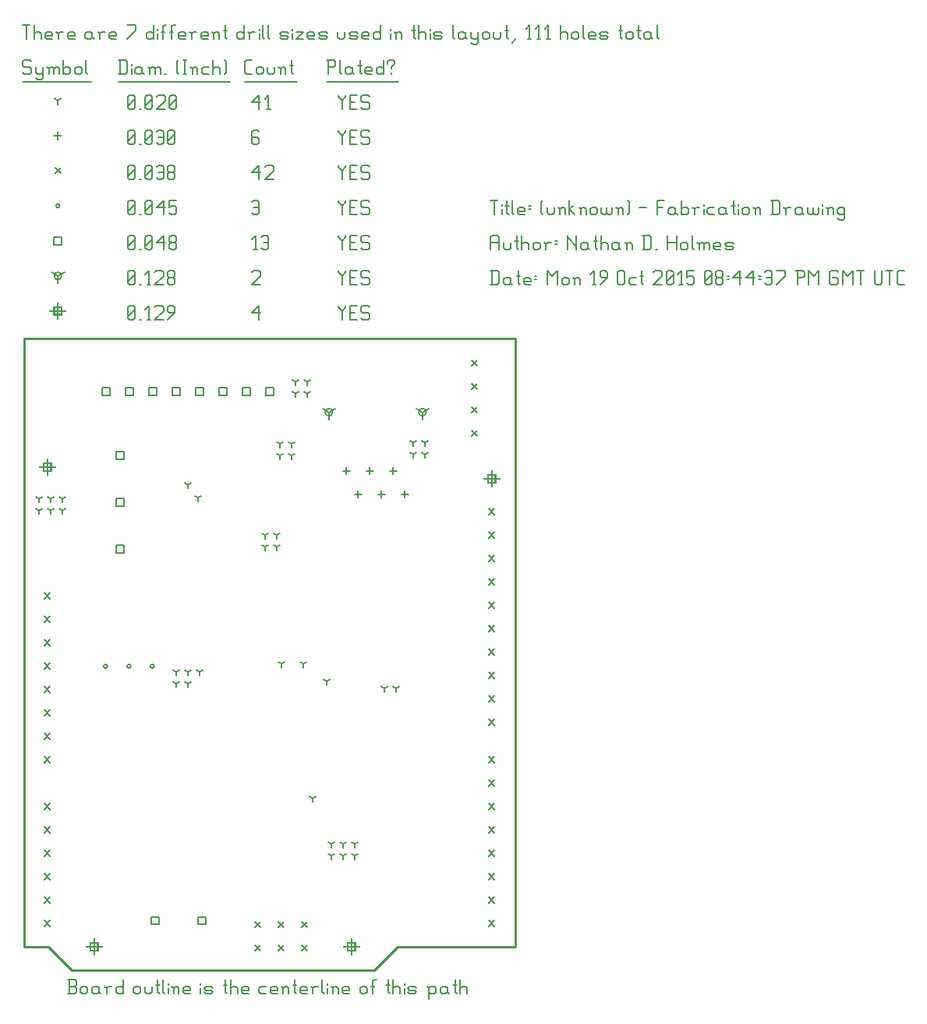
<source format=gbr>
G04 start of page 12 for group -3984 idx -3984 *
G04 Title: (unknown), fab *
G04 Creator: pcb 20140316 *
G04 CreationDate: Mon 19 Oct 2015 08:44:37 PM GMT UTC *
G04 For: ndholmes *
G04 Format: Gerber/RS-274X *
G04 PCB-Dimensions (mil): 2110.00 2710.00 *
G04 PCB-Coordinate-Origin: lower left *
%MOIN*%
%FSLAX25Y25*%
%LNFAB*%
%ADD100C,0.0100*%
%ADD99C,0.0060*%
%ADD98R,0.0080X0.0080*%
G54D98*X140500Y13700D02*Y7300D01*
X137300Y10500D02*X143700D01*
X138900Y12100D02*X142100D01*
X138900D02*Y8900D01*
X142100D01*
Y12100D02*Y8900D01*
X200500Y213700D02*Y207300D01*
X197300Y210500D02*X203700D01*
X198900Y212100D02*X202100D01*
X198900D02*Y208900D01*
X202100D01*
Y212100D02*Y208900D01*
X10500Y218700D02*Y212300D01*
X7300Y215500D02*X13700D01*
X8900Y217100D02*X12100D01*
X8900D02*Y213900D01*
X12100D01*
Y217100D02*Y213900D01*
X30500Y13700D02*Y7300D01*
X27300Y10500D02*X33700D01*
X28900Y12100D02*X32100D01*
X28900D02*Y8900D01*
X32100D01*
Y12100D02*Y8900D01*
X15000Y285450D02*Y279050D01*
X11800Y282250D02*X18200D01*
X13400Y283850D02*X16600D01*
X13400D02*Y280650D01*
X16600D01*
Y283850D02*Y280650D01*
G54D99*X135000Y284500D02*Y283750D01*
X136500Y282250D01*
X138000Y283750D01*
Y284500D02*Y283750D01*
X136500Y282250D02*Y278500D01*
X139800Y281500D02*X142050D01*
X139800Y278500D02*X142800D01*
X139800Y284500D02*Y278500D01*
Y284500D02*X142800D01*
X147600D02*X148350Y283750D01*
X145350Y284500D02*X147600D01*
X144600Y283750D02*X145350Y284500D01*
X144600Y283750D02*Y282250D01*
X145350Y281500D01*
X147600D01*
X148350Y280750D01*
Y279250D01*
X147600Y278500D02*X148350Y279250D01*
X145350Y278500D02*X147600D01*
X144600Y279250D02*X145350Y278500D01*
X98000Y281500D02*X101000Y284500D01*
X98000Y281500D02*X101750D01*
X101000Y284500D02*Y278500D01*
X45000Y279250D02*X45750Y278500D01*
X45000Y283750D02*Y279250D01*
Y283750D02*X45750Y284500D01*
X47250D01*
X48000Y283750D01*
Y279250D01*
X47250Y278500D02*X48000Y279250D01*
X45750Y278500D02*X47250D01*
X45000Y280000D02*X48000Y283000D01*
X49800Y278500D02*X50550D01*
X53100D02*X54600D01*
X53850Y284500D02*Y278500D01*
X52350Y283000D02*X53850Y284500D01*
X56400Y283750D02*X57150Y284500D01*
X59400D01*
X60150Y283750D01*
Y282250D01*
X56400Y278500D02*X60150Y282250D01*
X56400Y278500D02*X60150D01*
X61950D02*X64950Y281500D01*
Y283750D02*Y281500D01*
X64200Y284500D02*X64950Y283750D01*
X62700Y284500D02*X64200D01*
X61950Y283750D02*X62700Y284500D01*
X61950Y283750D02*Y282250D01*
X62700Y281500D01*
X64950D01*
X170900Y239000D02*Y235800D01*
Y239000D02*X173673Y240600D01*
X170900Y239000D02*X168127Y240600D01*
X169300Y239000D02*G75*G03X172500Y239000I1600J0D01*G01*
G75*G03X169300Y239000I-1600J0D01*G01*
X130900D02*Y235800D01*
Y239000D02*X133673Y240600D01*
X130900Y239000D02*X128127Y240600D01*
X129300Y239000D02*G75*G03X132500Y239000I1600J0D01*G01*
G75*G03X129300Y239000I-1600J0D01*G01*
X15000Y297250D02*Y294050D01*
Y297250D02*X17773Y298850D01*
X15000Y297250D02*X12227Y298850D01*
X13400Y297250D02*G75*G03X16600Y297250I1600J0D01*G01*
G75*G03X13400Y297250I-1600J0D01*G01*
X135000Y299500D02*Y298750D01*
X136500Y297250D01*
X138000Y298750D01*
Y299500D02*Y298750D01*
X136500Y297250D02*Y293500D01*
X139800Y296500D02*X142050D01*
X139800Y293500D02*X142800D01*
X139800Y299500D02*Y293500D01*
Y299500D02*X142800D01*
X147600D02*X148350Y298750D01*
X145350Y299500D02*X147600D01*
X144600Y298750D02*X145350Y299500D01*
X144600Y298750D02*Y297250D01*
X145350Y296500D01*
X147600D01*
X148350Y295750D01*
Y294250D01*
X147600Y293500D02*X148350Y294250D01*
X145350Y293500D02*X147600D01*
X144600Y294250D02*X145350Y293500D01*
X98000Y298750D02*X98750Y299500D01*
X101000D01*
X101750Y298750D01*
Y297250D01*
X98000Y293500D02*X101750Y297250D01*
X98000Y293500D02*X101750D01*
X45000Y294250D02*X45750Y293500D01*
X45000Y298750D02*Y294250D01*
Y298750D02*X45750Y299500D01*
X47250D01*
X48000Y298750D01*
Y294250D01*
X47250Y293500D02*X48000Y294250D01*
X45750Y293500D02*X47250D01*
X45000Y295000D02*X48000Y298000D01*
X49800Y293500D02*X50550D01*
X53100D02*X54600D01*
X53850Y299500D02*Y293500D01*
X52350Y298000D02*X53850Y299500D01*
X56400Y298750D02*X57150Y299500D01*
X59400D01*
X60150Y298750D01*
Y297250D01*
X56400Y293500D02*X60150Y297250D01*
X56400Y293500D02*X60150D01*
X61950Y294250D02*X62700Y293500D01*
X61950Y295750D02*Y294250D01*
Y295750D02*X62700Y296500D01*
X64200D01*
X64950Y295750D01*
Y294250D01*
X64200Y293500D02*X64950Y294250D01*
X62700Y293500D02*X64200D01*
X61950Y297250D02*X62700Y296500D01*
X61950Y298750D02*Y297250D01*
Y298750D02*X62700Y299500D01*
X64200D01*
X64950Y298750D01*
Y297250D01*
X64200Y296500D02*X64950Y297250D01*
X103900Y249400D02*X107100D01*
X103900D02*Y246200D01*
X107100D01*
Y249400D02*Y246200D01*
X93900Y249400D02*X97100D01*
X93900D02*Y246200D01*
X97100D01*
Y249400D02*Y246200D01*
X83900Y249400D02*X87100D01*
X83900D02*Y246200D01*
X87100D01*
Y249400D02*Y246200D01*
X73900Y249400D02*X77100D01*
X73900D02*Y246200D01*
X77100D01*
Y249400D02*Y246200D01*
X63900Y249400D02*X67100D01*
X63900D02*Y246200D01*
X67100D01*
Y249400D02*Y246200D01*
X53900Y249400D02*X57100D01*
X53900D02*Y246200D01*
X57100D01*
Y249400D02*Y246200D01*
X43900Y249400D02*X47100D01*
X43900D02*Y246200D01*
X47100D01*
Y249400D02*Y246200D01*
X33900Y249400D02*X37100D01*
X33900D02*Y246200D01*
X37100D01*
Y249400D02*Y246200D01*
X55000Y23300D02*X58200D01*
X55000D02*Y20100D01*
X58200D01*
Y23300D02*Y20100D01*
X75000Y23300D02*X78200D01*
X75000D02*Y20100D01*
X78200D01*
Y23300D02*Y20100D01*
X39900Y222100D02*X43100D01*
X39900D02*Y218900D01*
X43100D01*
Y222100D02*Y218900D01*
X39900Y202100D02*X43100D01*
X39900D02*Y198900D01*
X43100D01*
Y202100D02*Y198900D01*
X39900Y182100D02*X43100D01*
X39900D02*Y178900D01*
X43100D01*
Y182100D02*Y178900D01*
X13400Y313850D02*X16600D01*
X13400D02*Y310650D01*
X16600D01*
Y313850D02*Y310650D01*
X135000Y314500D02*Y313750D01*
X136500Y312250D01*
X138000Y313750D01*
Y314500D02*Y313750D01*
X136500Y312250D02*Y308500D01*
X139800Y311500D02*X142050D01*
X139800Y308500D02*X142800D01*
X139800Y314500D02*Y308500D01*
Y314500D02*X142800D01*
X147600D02*X148350Y313750D01*
X145350Y314500D02*X147600D01*
X144600Y313750D02*X145350Y314500D01*
X144600Y313750D02*Y312250D01*
X145350Y311500D01*
X147600D01*
X148350Y310750D01*
Y309250D01*
X147600Y308500D02*X148350Y309250D01*
X145350Y308500D02*X147600D01*
X144600Y309250D02*X145350Y308500D01*
X98750D02*X100250D01*
X99500Y314500D02*Y308500D01*
X98000Y313000D02*X99500Y314500D01*
X102050Y313750D02*X102800Y314500D01*
X104300D01*
X105050Y313750D01*
Y309250D01*
X104300Y308500D02*X105050Y309250D01*
X102800Y308500D02*X104300D01*
X102050Y309250D02*X102800Y308500D01*
Y311500D02*X105050D01*
X45000Y309250D02*X45750Y308500D01*
X45000Y313750D02*Y309250D01*
Y313750D02*X45750Y314500D01*
X47250D01*
X48000Y313750D01*
Y309250D01*
X47250Y308500D02*X48000Y309250D01*
X45750Y308500D02*X47250D01*
X45000Y310000D02*X48000Y313000D01*
X49800Y308500D02*X50550D01*
X52350Y309250D02*X53100Y308500D01*
X52350Y313750D02*Y309250D01*
Y313750D02*X53100Y314500D01*
X54600D01*
X55350Y313750D01*
Y309250D01*
X54600Y308500D02*X55350Y309250D01*
X53100Y308500D02*X54600D01*
X52350Y310000D02*X55350Y313000D01*
X57150Y311500D02*X60150Y314500D01*
X57150Y311500D02*X60900D01*
X60150Y314500D02*Y308500D01*
X62700Y309250D02*X63450Y308500D01*
X62700Y310750D02*Y309250D01*
Y310750D02*X63450Y311500D01*
X64950D01*
X65700Y310750D01*
Y309250D01*
X64950Y308500D02*X65700Y309250D01*
X63450Y308500D02*X64950D01*
X62700Y312250D02*X63450Y311500D01*
X62700Y313750D02*Y312250D01*
Y313750D02*X63450Y314500D01*
X64950D01*
X65700Y313750D01*
Y312250D01*
X64950Y311500D02*X65700Y312250D01*
X54600Y130400D02*G75*G03X56200Y130400I800J0D01*G01*
G75*G03X54600Y130400I-800J0D01*G01*
X44600D02*G75*G03X46200Y130400I800J0D01*G01*
G75*G03X44600Y130400I-800J0D01*G01*
X34600D02*G75*G03X36200Y130400I800J0D01*G01*
G75*G03X34600Y130400I-800J0D01*G01*
X14200Y327250D02*G75*G03X15800Y327250I800J0D01*G01*
G75*G03X14200Y327250I-800J0D01*G01*
X135000Y329500D02*Y328750D01*
X136500Y327250D01*
X138000Y328750D01*
Y329500D02*Y328750D01*
X136500Y327250D02*Y323500D01*
X139800Y326500D02*X142050D01*
X139800Y323500D02*X142800D01*
X139800Y329500D02*Y323500D01*
Y329500D02*X142800D01*
X147600D02*X148350Y328750D01*
X145350Y329500D02*X147600D01*
X144600Y328750D02*X145350Y329500D01*
X144600Y328750D02*Y327250D01*
X145350Y326500D01*
X147600D01*
X148350Y325750D01*
Y324250D01*
X147600Y323500D02*X148350Y324250D01*
X145350Y323500D02*X147600D01*
X144600Y324250D02*X145350Y323500D01*
X98000Y328750D02*X98750Y329500D01*
X100250D01*
X101000Y328750D01*
Y324250D01*
X100250Y323500D02*X101000Y324250D01*
X98750Y323500D02*X100250D01*
X98000Y324250D02*X98750Y323500D01*
Y326500D02*X101000D01*
X45000Y324250D02*X45750Y323500D01*
X45000Y328750D02*Y324250D01*
Y328750D02*X45750Y329500D01*
X47250D01*
X48000Y328750D01*
Y324250D01*
X47250Y323500D02*X48000Y324250D01*
X45750Y323500D02*X47250D01*
X45000Y325000D02*X48000Y328000D01*
X49800Y323500D02*X50550D01*
X52350Y324250D02*X53100Y323500D01*
X52350Y328750D02*Y324250D01*
Y328750D02*X53100Y329500D01*
X54600D01*
X55350Y328750D01*
Y324250D01*
X54600Y323500D02*X55350Y324250D01*
X53100Y323500D02*X54600D01*
X52350Y325000D02*X55350Y328000D01*
X57150Y326500D02*X60150Y329500D01*
X57150Y326500D02*X60900D01*
X60150Y329500D02*Y323500D01*
X62700Y329500D02*X65700D01*
X62700D02*Y326500D01*
X63450Y327250D01*
X64950D01*
X65700Y326500D01*
Y324250D01*
X64950Y323500D02*X65700Y324250D01*
X63450Y323500D02*X64950D01*
X62700Y324250D02*X63450Y323500D01*
X9300Y161700D02*X11700Y159300D01*
X9300D02*X11700Y161700D01*
X9300Y151700D02*X11700Y149300D01*
X9300D02*X11700Y151700D01*
X9300Y141700D02*X11700Y139300D01*
X9300D02*X11700Y141700D01*
X9300Y131700D02*X11700Y129300D01*
X9300D02*X11700Y131700D01*
X9300Y121700D02*X11700Y119300D01*
X9300D02*X11700Y121700D01*
X9300Y111700D02*X11700Y109300D01*
X9300D02*X11700Y111700D01*
X9300Y101700D02*X11700Y99300D01*
X9300D02*X11700Y101700D01*
X9300Y91700D02*X11700Y89300D01*
X9300D02*X11700Y91700D01*
X9300Y71700D02*X11700Y69300D01*
X9300D02*X11700Y71700D01*
X9300Y61700D02*X11700Y59300D01*
X9300D02*X11700Y61700D01*
X9300Y51700D02*X11700Y49300D01*
X9300D02*X11700Y51700D01*
X9300Y41700D02*X11700Y39300D01*
X9300D02*X11700Y41700D01*
X9300Y31700D02*X11700Y29300D01*
X9300D02*X11700Y31700D01*
X9300Y21700D02*X11700Y19300D01*
X9300D02*X11700Y21700D01*
X199300D02*X201700Y19300D01*
X199300D02*X201700Y21700D01*
X199300Y31700D02*X201700Y29300D01*
X199300D02*X201700Y31700D01*
X199300Y41700D02*X201700Y39300D01*
X199300D02*X201700Y41700D01*
X199300Y51700D02*X201700Y49300D01*
X199300D02*X201700Y51700D01*
X199300Y61700D02*X201700Y59300D01*
X199300D02*X201700Y61700D01*
X199300Y71700D02*X201700Y69300D01*
X199300D02*X201700Y71700D01*
X199300Y81700D02*X201700Y79300D01*
X199300D02*X201700Y81700D01*
X199300Y91700D02*X201700Y89300D01*
X199300D02*X201700Y91700D01*
X199300Y107700D02*X201700Y105300D01*
X199300D02*X201700Y107700D01*
X199300Y117700D02*X201700Y115300D01*
X199300D02*X201700Y117700D01*
X199300Y127700D02*X201700Y125300D01*
X199300D02*X201700Y127700D01*
X199300Y137700D02*X201700Y135300D01*
X199300D02*X201700Y137700D01*
X199300Y147700D02*X201700Y145300D01*
X199300D02*X201700Y147700D01*
X199300Y157700D02*X201700Y155300D01*
X199300D02*X201700Y157700D01*
X199300Y167700D02*X201700Y165300D01*
X199300D02*X201700Y167700D01*
X199300Y177700D02*X201700Y175300D01*
X199300D02*X201700Y177700D01*
X199300Y187700D02*X201700Y185300D01*
X199300D02*X201700Y187700D01*
X199300Y197700D02*X201700Y195300D01*
X199300D02*X201700Y197700D01*
X119100Y21200D02*X121500Y18800D01*
X119100D02*X121500Y21200D01*
X109100D02*X111500Y18800D01*
X109100D02*X111500Y21200D01*
X99100D02*X101500Y18800D01*
X99100D02*X101500Y21200D01*
X119100Y11200D02*X121500Y8800D01*
X119100D02*X121500Y11200D01*
X109100D02*X111500Y8800D01*
X109100D02*X111500Y11200D01*
X99100D02*X101500Y8800D01*
X99100D02*X101500Y11200D01*
X191800Y261200D02*X194200Y258800D01*
X191800D02*X194200Y261200D01*
X191800Y251200D02*X194200Y248800D01*
X191800D02*X194200Y251200D01*
X191800Y241200D02*X194200Y238800D01*
X191800D02*X194200Y241200D01*
X191800Y231200D02*X194200Y228800D01*
X191800D02*X194200Y231200D01*
X13800Y343450D02*X16200Y341050D01*
X13800D02*X16200Y343450D01*
X135000Y344500D02*Y343750D01*
X136500Y342250D01*
X138000Y343750D01*
Y344500D02*Y343750D01*
X136500Y342250D02*Y338500D01*
X139800Y341500D02*X142050D01*
X139800Y338500D02*X142800D01*
X139800Y344500D02*Y338500D01*
Y344500D02*X142800D01*
X147600D02*X148350Y343750D01*
X145350Y344500D02*X147600D01*
X144600Y343750D02*X145350Y344500D01*
X144600Y343750D02*Y342250D01*
X145350Y341500D01*
X147600D01*
X148350Y340750D01*
Y339250D01*
X147600Y338500D02*X148350Y339250D01*
X145350Y338500D02*X147600D01*
X144600Y339250D02*X145350Y338500D01*
X98000Y341500D02*X101000Y344500D01*
X98000Y341500D02*X101750D01*
X101000Y344500D02*Y338500D01*
X103550Y343750D02*X104300Y344500D01*
X106550D01*
X107300Y343750D01*
Y342250D01*
X103550Y338500D02*X107300Y342250D01*
X103550Y338500D02*X107300D01*
X45000Y339250D02*X45750Y338500D01*
X45000Y343750D02*Y339250D01*
Y343750D02*X45750Y344500D01*
X47250D01*
X48000Y343750D01*
Y339250D01*
X47250Y338500D02*X48000Y339250D01*
X45750Y338500D02*X47250D01*
X45000Y340000D02*X48000Y343000D01*
X49800Y338500D02*X50550D01*
X52350Y339250D02*X53100Y338500D01*
X52350Y343750D02*Y339250D01*
Y343750D02*X53100Y344500D01*
X54600D01*
X55350Y343750D01*
Y339250D01*
X54600Y338500D02*X55350Y339250D01*
X53100Y338500D02*X54600D01*
X52350Y340000D02*X55350Y343000D01*
X57150Y343750D02*X57900Y344500D01*
X59400D01*
X60150Y343750D01*
Y339250D01*
X59400Y338500D02*X60150Y339250D01*
X57900Y338500D02*X59400D01*
X57150Y339250D02*X57900Y338500D01*
Y341500D02*X60150D01*
X61950Y339250D02*X62700Y338500D01*
X61950Y340750D02*Y339250D01*
Y340750D02*X62700Y341500D01*
X64200D01*
X64950Y340750D01*
Y339250D01*
X64200Y338500D02*X64950Y339250D01*
X62700Y338500D02*X64200D01*
X61950Y342250D02*X62700Y341500D01*
X61950Y343750D02*Y342250D01*
Y343750D02*X62700Y344500D01*
X64200D01*
X64950Y343750D01*
Y342250D01*
X64200Y341500D02*X64950Y342250D01*
X163400Y205600D02*Y202400D01*
X161800Y204000D02*X165000D01*
X158400Y215600D02*Y212400D01*
X156800Y214000D02*X160000D01*
X153400Y205600D02*Y202400D01*
X151800Y204000D02*X155000D01*
X148400Y215600D02*Y212400D01*
X146800Y214000D02*X150000D01*
X143400Y205600D02*Y202400D01*
X141800Y204000D02*X145000D01*
X138400Y215600D02*Y212400D01*
X136800Y214000D02*X140000D01*
X15000Y358850D02*Y355650D01*
X13400Y357250D02*X16600D01*
X135000Y359500D02*Y358750D01*
X136500Y357250D01*
X138000Y358750D01*
Y359500D02*Y358750D01*
X136500Y357250D02*Y353500D01*
X139800Y356500D02*X142050D01*
X139800Y353500D02*X142800D01*
X139800Y359500D02*Y353500D01*
Y359500D02*X142800D01*
X147600D02*X148350Y358750D01*
X145350Y359500D02*X147600D01*
X144600Y358750D02*X145350Y359500D01*
X144600Y358750D02*Y357250D01*
X145350Y356500D01*
X147600D01*
X148350Y355750D01*
Y354250D01*
X147600Y353500D02*X148350Y354250D01*
X145350Y353500D02*X147600D01*
X144600Y354250D02*X145350Y353500D01*
X100250Y359500D02*X101000Y358750D01*
X98750Y359500D02*X100250D01*
X98000Y358750D02*X98750Y359500D01*
X98000Y358750D02*Y354250D01*
X98750Y353500D01*
X100250Y356500D02*X101000Y355750D01*
X98000Y356500D02*X100250D01*
X98750Y353500D02*X100250D01*
X101000Y354250D01*
Y355750D02*Y354250D01*
X45000D02*X45750Y353500D01*
X45000Y358750D02*Y354250D01*
Y358750D02*X45750Y359500D01*
X47250D01*
X48000Y358750D01*
Y354250D01*
X47250Y353500D02*X48000Y354250D01*
X45750Y353500D02*X47250D01*
X45000Y355000D02*X48000Y358000D01*
X49800Y353500D02*X50550D01*
X52350Y354250D02*X53100Y353500D01*
X52350Y358750D02*Y354250D01*
Y358750D02*X53100Y359500D01*
X54600D01*
X55350Y358750D01*
Y354250D01*
X54600Y353500D02*X55350Y354250D01*
X53100Y353500D02*X54600D01*
X52350Y355000D02*X55350Y358000D01*
X57150Y358750D02*X57900Y359500D01*
X59400D01*
X60150Y358750D01*
Y354250D01*
X59400Y353500D02*X60150Y354250D01*
X57900Y353500D02*X59400D01*
X57150Y354250D02*X57900Y353500D01*
Y356500D02*X60150D01*
X61950Y354250D02*X62700Y353500D01*
X61950Y358750D02*Y354250D01*
Y358750D02*X62700Y359500D01*
X64200D01*
X64950Y358750D01*
Y354250D01*
X64200Y353500D02*X64950Y354250D01*
X62700Y353500D02*X64200D01*
X61950Y355000D02*X64950Y358000D01*
X7000Y197000D02*Y195400D01*
Y197000D02*X8387Y197800D01*
X7000Y197000D02*X5613Y197800D01*
X12000Y197000D02*Y195400D01*
Y197000D02*X13387Y197800D01*
X12000Y197000D02*X10613Y197800D01*
X17000Y197000D02*Y195400D01*
Y197000D02*X18387Y197800D01*
X17000Y197000D02*X15613Y197800D01*
X7000Y202000D02*Y200400D01*
Y202000D02*X8387Y202800D01*
X7000Y202000D02*X5613Y202800D01*
X12000Y202000D02*Y200400D01*
Y202000D02*X13387Y202800D01*
X12000Y202000D02*X10613Y202800D01*
X17000Y202000D02*Y200400D01*
Y202000D02*X18387Y202800D01*
X17000Y202000D02*X15613Y202800D01*
X121500Y247000D02*Y245400D01*
Y247000D02*X122887Y247800D01*
X121500Y247000D02*X120113Y247800D01*
X121500Y252000D02*Y250400D01*
Y252000D02*X122887Y252800D01*
X121500Y252000D02*X120113Y252800D01*
X116500Y252000D02*Y250400D01*
Y252000D02*X117887Y252800D01*
X116500Y252000D02*X115113Y252800D01*
X116500Y247000D02*Y245400D01*
Y247000D02*X117887Y247800D01*
X116500Y247000D02*X115113Y247800D01*
X132000Y49500D02*Y47900D01*
Y49500D02*X133387Y50300D01*
X132000Y49500D02*X130613Y50300D01*
X137000Y49500D02*Y47900D01*
Y49500D02*X138387Y50300D01*
X137000Y49500D02*X135613Y50300D01*
X142000Y49500D02*Y47900D01*
Y49500D02*X143387Y50300D01*
X142000Y49500D02*X140613Y50300D01*
X132000Y54500D02*Y52900D01*
Y54500D02*X133387Y55300D01*
X132000Y54500D02*X130613Y55300D01*
X137000Y54500D02*Y52900D01*
Y54500D02*X138387Y55300D01*
X137000Y54500D02*X135613Y55300D01*
X142000Y54500D02*Y52900D01*
Y54500D02*X143387Y55300D01*
X142000Y54500D02*X140613Y55300D01*
X154500Y121000D02*Y119400D01*
Y121000D02*X155887Y121800D01*
X154500Y121000D02*X153113Y121800D01*
X159500Y121000D02*Y119400D01*
Y121000D02*X160887Y121800D01*
X159500Y121000D02*X158113Y121800D01*
X130000Y124000D02*Y122400D01*
Y124000D02*X131387Y124800D01*
X130000Y124000D02*X128613Y124800D01*
X65500Y123000D02*Y121400D01*
Y123000D02*X66887Y123800D01*
X65500Y123000D02*X64113Y123800D01*
X70500Y123000D02*Y121400D01*
Y123000D02*X71887Y123800D01*
X70500Y123000D02*X69113Y123800D01*
X65500Y128000D02*Y126400D01*
Y128000D02*X66887Y128800D01*
X65500Y128000D02*X64113Y128800D01*
X70500Y128000D02*Y126400D01*
Y128000D02*X71887Y128800D01*
X70500Y128000D02*X69113Y128800D01*
X75500Y128000D02*Y126400D01*
Y128000D02*X76887Y128800D01*
X75500Y128000D02*X74113Y128800D01*
X167000Y221000D02*Y219400D01*
Y221000D02*X168387Y221800D01*
X167000Y221000D02*X165613Y221800D01*
X172000Y221000D02*Y219400D01*
Y221000D02*X173387Y221800D01*
X172000Y221000D02*X170613Y221800D01*
X167000Y226000D02*Y224400D01*
Y226000D02*X168387Y226800D01*
X167000Y226000D02*X165613Y226800D01*
X172000Y226000D02*Y224400D01*
Y226000D02*X173387Y226800D01*
X172000Y226000D02*X170613Y226800D01*
X124000Y74000D02*Y72400D01*
Y74000D02*X125387Y74800D01*
X124000Y74000D02*X122613Y74800D01*
X75000Y202500D02*Y200900D01*
Y202500D02*X76387Y203300D01*
X75000Y202500D02*X73613Y203300D01*
X70500Y208000D02*Y206400D01*
Y208000D02*X71887Y208800D01*
X70500Y208000D02*X69113Y208800D01*
X110000Y220500D02*Y218900D01*
Y220500D02*X111387Y221300D01*
X110000Y220500D02*X108613Y221300D01*
X115000Y220500D02*Y218900D01*
Y220500D02*X116387Y221300D01*
X115000Y220500D02*X113613Y221300D01*
X110000Y225500D02*Y223900D01*
Y225500D02*X111387Y226300D01*
X110000Y225500D02*X108613Y226300D01*
X115000Y225500D02*Y223900D01*
Y225500D02*X116387Y226300D01*
X115000Y225500D02*X113613Y226300D01*
X120000Y131500D02*Y129900D01*
Y131500D02*X121387Y132300D01*
X120000Y131500D02*X118613Y132300D01*
X110500Y131500D02*Y129900D01*
Y131500D02*X111887Y132300D01*
X110500Y131500D02*X109113Y132300D01*
X103500Y181500D02*Y179900D01*
Y181500D02*X104887Y182300D01*
X103500Y181500D02*X102113Y182300D01*
X108500Y181500D02*Y179900D01*
Y181500D02*X109887Y182300D01*
X108500Y181500D02*X107113Y182300D01*
X103500Y186500D02*Y184900D01*
Y186500D02*X104887Y187300D01*
X103500Y186500D02*X102113Y187300D01*
X108500Y186500D02*Y184900D01*
Y186500D02*X109887Y187300D01*
X108500Y186500D02*X107113Y187300D01*
X15000Y372250D02*Y370650D01*
Y372250D02*X16387Y373050D01*
X15000Y372250D02*X13613Y373050D01*
X135000Y374500D02*Y373750D01*
X136500Y372250D01*
X138000Y373750D01*
Y374500D02*Y373750D01*
X136500Y372250D02*Y368500D01*
X139800Y371500D02*X142050D01*
X139800Y368500D02*X142800D01*
X139800Y374500D02*Y368500D01*
Y374500D02*X142800D01*
X147600D02*X148350Y373750D01*
X145350Y374500D02*X147600D01*
X144600Y373750D02*X145350Y374500D01*
X144600Y373750D02*Y372250D01*
X145350Y371500D01*
X147600D01*
X148350Y370750D01*
Y369250D01*
X147600Y368500D02*X148350Y369250D01*
X145350Y368500D02*X147600D01*
X144600Y369250D02*X145350Y368500D01*
X98000Y371500D02*X101000Y374500D01*
X98000Y371500D02*X101750D01*
X101000Y374500D02*Y368500D01*
X104300D02*X105800D01*
X105050Y374500D02*Y368500D01*
X103550Y373000D02*X105050Y374500D01*
X45000Y369250D02*X45750Y368500D01*
X45000Y373750D02*Y369250D01*
Y373750D02*X45750Y374500D01*
X47250D01*
X48000Y373750D01*
Y369250D01*
X47250Y368500D02*X48000Y369250D01*
X45750Y368500D02*X47250D01*
X45000Y370000D02*X48000Y373000D01*
X49800Y368500D02*X50550D01*
X52350Y369250D02*X53100Y368500D01*
X52350Y373750D02*Y369250D01*
Y373750D02*X53100Y374500D01*
X54600D01*
X55350Y373750D01*
Y369250D01*
X54600Y368500D02*X55350Y369250D01*
X53100Y368500D02*X54600D01*
X52350Y370000D02*X55350Y373000D01*
X57150Y373750D02*X57900Y374500D01*
X60150D01*
X60900Y373750D01*
Y372250D01*
X57150Y368500D02*X60900Y372250D01*
X57150Y368500D02*X60900D01*
X62700Y369250D02*X63450Y368500D01*
X62700Y373750D02*Y369250D01*
Y373750D02*X63450Y374500D01*
X64950D01*
X65700Y373750D01*
Y369250D01*
X64950Y368500D02*X65700Y369250D01*
X63450Y368500D02*X64950D01*
X62700Y370000D02*X65700Y373000D01*
X3000Y389500D02*X3750Y388750D01*
X750Y389500D02*X3000D01*
X0Y388750D02*X750Y389500D01*
X0Y388750D02*Y387250D01*
X750Y386500D01*
X3000D01*
X3750Y385750D01*
Y384250D01*
X3000Y383500D02*X3750Y384250D01*
X750Y383500D02*X3000D01*
X0Y384250D02*X750Y383500D01*
X5550Y386500D02*Y384250D01*
X6300Y383500D01*
X8550Y386500D02*Y382000D01*
X7800Y381250D02*X8550Y382000D01*
X6300Y381250D02*X7800D01*
X5550Y382000D02*X6300Y381250D01*
Y383500D02*X7800D01*
X8550Y384250D01*
X11100Y385750D02*Y383500D01*
Y385750D02*X11850Y386500D01*
X12600D01*
X13350Y385750D01*
Y383500D01*
Y385750D02*X14100Y386500D01*
X14850D01*
X15600Y385750D01*
Y383500D01*
X10350Y386500D02*X11100Y385750D01*
X17400Y389500D02*Y383500D01*
Y384250D02*X18150Y383500D01*
X19650D01*
X20400Y384250D01*
Y385750D02*Y384250D01*
X19650Y386500D02*X20400Y385750D01*
X18150Y386500D02*X19650D01*
X17400Y385750D02*X18150Y386500D01*
X22200Y385750D02*Y384250D01*
Y385750D02*X22950Y386500D01*
X24450D01*
X25200Y385750D01*
Y384250D01*
X24450Y383500D02*X25200Y384250D01*
X22950Y383500D02*X24450D01*
X22200Y384250D02*X22950Y383500D01*
X27000Y389500D02*Y384250D01*
X27750Y383500D01*
X0Y380250D02*X29250D01*
X41750Y389500D02*Y383500D01*
X44000Y389500D02*X44750Y388750D01*
Y384250D01*
X44000Y383500D02*X44750Y384250D01*
X41000Y383500D02*X44000D01*
X41000Y389500D02*X44000D01*
X46550Y388000D02*Y387250D01*
Y385750D02*Y383500D01*
X50300Y386500D02*X51050Y385750D01*
X48800Y386500D02*X50300D01*
X48050Y385750D02*X48800Y386500D01*
X48050Y385750D02*Y384250D01*
X48800Y383500D01*
X51050Y386500D02*Y384250D01*
X51800Y383500D01*
X48800D02*X50300D01*
X51050Y384250D01*
X54350Y385750D02*Y383500D01*
Y385750D02*X55100Y386500D01*
X55850D01*
X56600Y385750D01*
Y383500D01*
Y385750D02*X57350Y386500D01*
X58100D01*
X58850Y385750D01*
Y383500D01*
X53600Y386500D02*X54350Y385750D01*
X60650Y383500D02*X61400D01*
X65900Y384250D02*X66650Y383500D01*
X65900Y388750D02*X66650Y389500D01*
X65900Y388750D02*Y384250D01*
X68450Y389500D02*X69950D01*
X69200D02*Y383500D01*
X68450D02*X69950D01*
X72500Y385750D02*Y383500D01*
Y385750D02*X73250Y386500D01*
X74000D01*
X74750Y385750D01*
Y383500D01*
X71750Y386500D02*X72500Y385750D01*
X77300Y386500D02*X79550D01*
X76550Y385750D02*X77300Y386500D01*
X76550Y385750D02*Y384250D01*
X77300Y383500D01*
X79550D01*
X81350Y389500D02*Y383500D01*
Y385750D02*X82100Y386500D01*
X83600D01*
X84350Y385750D01*
Y383500D01*
X86150Y389500D02*X86900Y388750D01*
Y384250D01*
X86150Y383500D02*X86900Y384250D01*
X41000Y380250D02*X88700D01*
X95750Y383500D02*X98000D01*
X95000Y384250D02*X95750Y383500D01*
X95000Y388750D02*Y384250D01*
Y388750D02*X95750Y389500D01*
X98000D01*
X99800Y385750D02*Y384250D01*
Y385750D02*X100550Y386500D01*
X102050D01*
X102800Y385750D01*
Y384250D01*
X102050Y383500D02*X102800Y384250D01*
X100550Y383500D02*X102050D01*
X99800Y384250D02*X100550Y383500D01*
X104600Y386500D02*Y384250D01*
X105350Y383500D01*
X106850D01*
X107600Y384250D01*
Y386500D02*Y384250D01*
X110150Y385750D02*Y383500D01*
Y385750D02*X110900Y386500D01*
X111650D01*
X112400Y385750D01*
Y383500D01*
X109400Y386500D02*X110150Y385750D01*
X114950Y389500D02*Y384250D01*
X115700Y383500D01*
X114200Y387250D02*X115700D01*
X95000Y380250D02*X117200D01*
X130750Y389500D02*Y383500D01*
X130000Y389500D02*X133000D01*
X133750Y388750D01*
Y387250D01*
X133000Y386500D02*X133750Y387250D01*
X130750Y386500D02*X133000D01*
X135550Y389500D02*Y384250D01*
X136300Y383500D01*
X140050Y386500D02*X140800Y385750D01*
X138550Y386500D02*X140050D01*
X137800Y385750D02*X138550Y386500D01*
X137800Y385750D02*Y384250D01*
X138550Y383500D01*
X140800Y386500D02*Y384250D01*
X141550Y383500D01*
X138550D02*X140050D01*
X140800Y384250D01*
X144100Y389500D02*Y384250D01*
X144850Y383500D01*
X143350Y387250D02*X144850D01*
X147100Y383500D02*X149350D01*
X146350Y384250D02*X147100Y383500D01*
X146350Y385750D02*Y384250D01*
Y385750D02*X147100Y386500D01*
X148600D01*
X149350Y385750D01*
X146350Y385000D02*X149350D01*
Y385750D02*Y385000D01*
X154150Y389500D02*Y383500D01*
X153400D02*X154150Y384250D01*
X151900Y383500D02*X153400D01*
X151150Y384250D02*X151900Y383500D01*
X151150Y385750D02*Y384250D01*
Y385750D02*X151900Y386500D01*
X153400D01*
X154150Y385750D01*
X157450Y386500D02*Y385750D01*
Y384250D02*Y383500D01*
X155950Y388750D02*Y388000D01*
Y388750D02*X156700Y389500D01*
X158200D01*
X158950Y388750D01*
Y388000D01*
X157450Y386500D02*X158950Y388000D01*
X130000Y380250D02*X160750D01*
X0Y404500D02*X3000D01*
X1500D02*Y398500D01*
X4800Y404500D02*Y398500D01*
Y400750D02*X5550Y401500D01*
X7050D01*
X7800Y400750D01*
Y398500D01*
X10350D02*X12600D01*
X9600Y399250D02*X10350Y398500D01*
X9600Y400750D02*Y399250D01*
Y400750D02*X10350Y401500D01*
X11850D01*
X12600Y400750D01*
X9600Y400000D02*X12600D01*
Y400750D02*Y400000D01*
X15150Y400750D02*Y398500D01*
Y400750D02*X15900Y401500D01*
X17400D01*
X14400D02*X15150Y400750D01*
X19950Y398500D02*X22200D01*
X19200Y399250D02*X19950Y398500D01*
X19200Y400750D02*Y399250D01*
Y400750D02*X19950Y401500D01*
X21450D01*
X22200Y400750D01*
X19200Y400000D02*X22200D01*
Y400750D02*Y400000D01*
X28950Y401500D02*X29700Y400750D01*
X27450Y401500D02*X28950D01*
X26700Y400750D02*X27450Y401500D01*
X26700Y400750D02*Y399250D01*
X27450Y398500D01*
X29700Y401500D02*Y399250D01*
X30450Y398500D01*
X27450D02*X28950D01*
X29700Y399250D01*
X33000Y400750D02*Y398500D01*
Y400750D02*X33750Y401500D01*
X35250D01*
X32250D02*X33000Y400750D01*
X37800Y398500D02*X40050D01*
X37050Y399250D02*X37800Y398500D01*
X37050Y400750D02*Y399250D01*
Y400750D02*X37800Y401500D01*
X39300D01*
X40050Y400750D01*
X37050Y400000D02*X40050D01*
Y400750D02*Y400000D01*
X44550Y398500D02*X48300Y402250D01*
Y404500D02*Y402250D01*
X44550Y404500D02*X48300D01*
X55800D02*Y398500D01*
X55050D02*X55800Y399250D01*
X53550Y398500D02*X55050D01*
X52800Y399250D02*X53550Y398500D01*
X52800Y400750D02*Y399250D01*
Y400750D02*X53550Y401500D01*
X55050D01*
X55800Y400750D01*
X57600Y403000D02*Y402250D01*
Y400750D02*Y398500D01*
X59850Y403750D02*Y398500D01*
Y403750D02*X60600Y404500D01*
X61350D01*
X59100Y401500D02*X60600D01*
X63600Y403750D02*Y398500D01*
Y403750D02*X64350Y404500D01*
X65100D01*
X62850Y401500D02*X64350D01*
X67350Y398500D02*X69600D01*
X66600Y399250D02*X67350Y398500D01*
X66600Y400750D02*Y399250D01*
Y400750D02*X67350Y401500D01*
X68850D01*
X69600Y400750D01*
X66600Y400000D02*X69600D01*
Y400750D02*Y400000D01*
X72150Y400750D02*Y398500D01*
Y400750D02*X72900Y401500D01*
X74400D01*
X71400D02*X72150Y400750D01*
X76950Y398500D02*X79200D01*
X76200Y399250D02*X76950Y398500D01*
X76200Y400750D02*Y399250D01*
Y400750D02*X76950Y401500D01*
X78450D01*
X79200Y400750D01*
X76200Y400000D02*X79200D01*
Y400750D02*Y400000D01*
X81750Y400750D02*Y398500D01*
Y400750D02*X82500Y401500D01*
X83250D01*
X84000Y400750D01*
Y398500D01*
X81000Y401500D02*X81750Y400750D01*
X86550Y404500D02*Y399250D01*
X87300Y398500D01*
X85800Y402250D02*X87300D01*
X94500Y404500D02*Y398500D01*
X93750D02*X94500Y399250D01*
X92250Y398500D02*X93750D01*
X91500Y399250D02*X92250Y398500D01*
X91500Y400750D02*Y399250D01*
Y400750D02*X92250Y401500D01*
X93750D01*
X94500Y400750D01*
X97050D02*Y398500D01*
Y400750D02*X97800Y401500D01*
X99300D01*
X96300D02*X97050Y400750D01*
X101100Y403000D02*Y402250D01*
Y400750D02*Y398500D01*
X102600Y404500D02*Y399250D01*
X103350Y398500D01*
X104850Y404500D02*Y399250D01*
X105600Y398500D01*
X110550D02*X112800D01*
X113550Y399250D01*
X112800Y400000D02*X113550Y399250D01*
X110550Y400000D02*X112800D01*
X109800Y400750D02*X110550Y400000D01*
X109800Y400750D02*X110550Y401500D01*
X112800D01*
X113550Y400750D01*
X109800Y399250D02*X110550Y398500D01*
X115350Y403000D02*Y402250D01*
Y400750D02*Y398500D01*
X116850Y401500D02*X119850D01*
X116850Y398500D02*X119850Y401500D01*
X116850Y398500D02*X119850D01*
X122400D02*X124650D01*
X121650Y399250D02*X122400Y398500D01*
X121650Y400750D02*Y399250D01*
Y400750D02*X122400Y401500D01*
X123900D01*
X124650Y400750D01*
X121650Y400000D02*X124650D01*
Y400750D02*Y400000D01*
X127200Y398500D02*X129450D01*
X130200Y399250D01*
X129450Y400000D02*X130200Y399250D01*
X127200Y400000D02*X129450D01*
X126450Y400750D02*X127200Y400000D01*
X126450Y400750D02*X127200Y401500D01*
X129450D01*
X130200Y400750D01*
X126450Y399250D02*X127200Y398500D01*
X134700Y401500D02*Y399250D01*
X135450Y398500D01*
X136950D01*
X137700Y399250D01*
Y401500D02*Y399250D01*
X140250Y398500D02*X142500D01*
X143250Y399250D01*
X142500Y400000D02*X143250Y399250D01*
X140250Y400000D02*X142500D01*
X139500Y400750D02*X140250Y400000D01*
X139500Y400750D02*X140250Y401500D01*
X142500D01*
X143250Y400750D01*
X139500Y399250D02*X140250Y398500D01*
X145800D02*X148050D01*
X145050Y399250D02*X145800Y398500D01*
X145050Y400750D02*Y399250D01*
Y400750D02*X145800Y401500D01*
X147300D01*
X148050Y400750D01*
X145050Y400000D02*X148050D01*
Y400750D02*Y400000D01*
X152850Y404500D02*Y398500D01*
X152100D02*X152850Y399250D01*
X150600Y398500D02*X152100D01*
X149850Y399250D02*X150600Y398500D01*
X149850Y400750D02*Y399250D01*
Y400750D02*X150600Y401500D01*
X152100D01*
X152850Y400750D01*
X157350Y403000D02*Y402250D01*
Y400750D02*Y398500D01*
X159600Y400750D02*Y398500D01*
Y400750D02*X160350Y401500D01*
X161100D01*
X161850Y400750D01*
Y398500D01*
X158850Y401500D02*X159600Y400750D01*
X167100Y404500D02*Y399250D01*
X167850Y398500D01*
X166350Y402250D02*X167850D01*
X169350Y404500D02*Y398500D01*
Y400750D02*X170100Y401500D01*
X171600D01*
X172350Y400750D01*
Y398500D01*
X174150Y403000D02*Y402250D01*
Y400750D02*Y398500D01*
X176400D02*X178650D01*
X179400Y399250D01*
X178650Y400000D02*X179400Y399250D01*
X176400Y400000D02*X178650D01*
X175650Y400750D02*X176400Y400000D01*
X175650Y400750D02*X176400Y401500D01*
X178650D01*
X179400Y400750D01*
X175650Y399250D02*X176400Y398500D01*
X183900Y404500D02*Y399250D01*
X184650Y398500D01*
X188400Y401500D02*X189150Y400750D01*
X186900Y401500D02*X188400D01*
X186150Y400750D02*X186900Y401500D01*
X186150Y400750D02*Y399250D01*
X186900Y398500D01*
X189150Y401500D02*Y399250D01*
X189900Y398500D01*
X186900D02*X188400D01*
X189150Y399250D01*
X191700Y401500D02*Y399250D01*
X192450Y398500D01*
X194700Y401500D02*Y397000D01*
X193950Y396250D02*X194700Y397000D01*
X192450Y396250D02*X193950D01*
X191700Y397000D02*X192450Y396250D01*
Y398500D02*X193950D01*
X194700Y399250D01*
X196500Y400750D02*Y399250D01*
Y400750D02*X197250Y401500D01*
X198750D01*
X199500Y400750D01*
Y399250D01*
X198750Y398500D02*X199500Y399250D01*
X197250Y398500D02*X198750D01*
X196500Y399250D02*X197250Y398500D01*
X201300Y401500D02*Y399250D01*
X202050Y398500D01*
X203550D01*
X204300Y399250D01*
Y401500D02*Y399250D01*
X206850Y404500D02*Y399250D01*
X207600Y398500D01*
X206100Y402250D02*X207600D01*
X209100Y397000D02*X210600Y398500D01*
X215850D02*X217350D01*
X216600Y404500D02*Y398500D01*
X215100Y403000D02*X216600Y404500D01*
X219900Y398500D02*X221400D01*
X220650Y404500D02*Y398500D01*
X219150Y403000D02*X220650Y404500D01*
X223950Y398500D02*X225450D01*
X224700Y404500D02*Y398500D01*
X223200Y403000D02*X224700Y404500D01*
X229950D02*Y398500D01*
Y400750D02*X230700Y401500D01*
X232200D01*
X232950Y400750D01*
Y398500D01*
X234750Y400750D02*Y399250D01*
Y400750D02*X235500Y401500D01*
X237000D01*
X237750Y400750D01*
Y399250D01*
X237000Y398500D02*X237750Y399250D01*
X235500Y398500D02*X237000D01*
X234750Y399250D02*X235500Y398500D01*
X239550Y404500D02*Y399250D01*
X240300Y398500D01*
X242550D02*X244800D01*
X241800Y399250D02*X242550Y398500D01*
X241800Y400750D02*Y399250D01*
Y400750D02*X242550Y401500D01*
X244050D01*
X244800Y400750D01*
X241800Y400000D02*X244800D01*
Y400750D02*Y400000D01*
X247350Y398500D02*X249600D01*
X250350Y399250D01*
X249600Y400000D02*X250350Y399250D01*
X247350Y400000D02*X249600D01*
X246600Y400750D02*X247350Y400000D01*
X246600Y400750D02*X247350Y401500D01*
X249600D01*
X250350Y400750D01*
X246600Y399250D02*X247350Y398500D01*
X255600Y404500D02*Y399250D01*
X256350Y398500D01*
X254850Y402250D02*X256350D01*
X257850Y400750D02*Y399250D01*
Y400750D02*X258600Y401500D01*
X260100D01*
X260850Y400750D01*
Y399250D01*
X260100Y398500D02*X260850Y399250D01*
X258600Y398500D02*X260100D01*
X257850Y399250D02*X258600Y398500D01*
X263400Y404500D02*Y399250D01*
X264150Y398500D01*
X262650Y402250D02*X264150D01*
X267900Y401500D02*X268650Y400750D01*
X266400Y401500D02*X267900D01*
X265650Y400750D02*X266400Y401500D01*
X265650Y400750D02*Y399250D01*
X266400Y398500D01*
X268650Y401500D02*Y399250D01*
X269400Y398500D01*
X266400D02*X267900D01*
X268650Y399250D01*
X271200Y404500D02*Y399250D01*
X271950Y398500D01*
G54D100*X500Y270500D02*Y10500D01*
X210500D02*Y270500D01*
X500D01*
Y10500D02*X10800D01*
X20800Y500D01*
X150200D01*
X160200Y10500D01*
X210500D01*
G54D99*X19175Y-9500D02*X22175D01*
X22925Y-8750D01*
Y-7250D02*Y-8750D01*
X22175Y-6500D02*X22925Y-7250D01*
X19925Y-6500D02*X22175D01*
X19925Y-3500D02*Y-9500D01*
X19175Y-3500D02*X22175D01*
X22925Y-4250D01*
Y-5750D01*
X22175Y-6500D02*X22925Y-5750D01*
X24725Y-7250D02*Y-8750D01*
Y-7250D02*X25475Y-6500D01*
X26975D01*
X27725Y-7250D01*
Y-8750D01*
X26975Y-9500D02*X27725Y-8750D01*
X25475Y-9500D02*X26975D01*
X24725Y-8750D02*X25475Y-9500D01*
X31775Y-6500D02*X32525Y-7250D01*
X30275Y-6500D02*X31775D01*
X29525Y-7250D02*X30275Y-6500D01*
X29525Y-7250D02*Y-8750D01*
X30275Y-9500D01*
X32525Y-6500D02*Y-8750D01*
X33275Y-9500D01*
X30275D02*X31775D01*
X32525Y-8750D01*
X35825Y-7250D02*Y-9500D01*
Y-7250D02*X36575Y-6500D01*
X38075D01*
X35075D02*X35825Y-7250D01*
X42875Y-3500D02*Y-9500D01*
X42125D02*X42875Y-8750D01*
X40625Y-9500D02*X42125D01*
X39875Y-8750D02*X40625Y-9500D01*
X39875Y-7250D02*Y-8750D01*
Y-7250D02*X40625Y-6500D01*
X42125D01*
X42875Y-7250D01*
X47375D02*Y-8750D01*
Y-7250D02*X48125Y-6500D01*
X49625D01*
X50375Y-7250D01*
Y-8750D01*
X49625Y-9500D02*X50375Y-8750D01*
X48125Y-9500D02*X49625D01*
X47375Y-8750D02*X48125Y-9500D01*
X52175Y-6500D02*Y-8750D01*
X52925Y-9500D01*
X54425D01*
X55175Y-8750D01*
Y-6500D02*Y-8750D01*
X57725Y-3500D02*Y-8750D01*
X58475Y-9500D01*
X56975Y-5750D02*X58475D01*
X59975Y-3500D02*Y-8750D01*
X60725Y-9500D01*
X62225Y-5000D02*Y-5750D01*
Y-7250D02*Y-9500D01*
X64475Y-7250D02*Y-9500D01*
Y-7250D02*X65225Y-6500D01*
X65975D01*
X66725Y-7250D01*
Y-9500D01*
X63725Y-6500D02*X64475Y-7250D01*
X69275Y-9500D02*X71525D01*
X68525Y-8750D02*X69275Y-9500D01*
X68525Y-7250D02*Y-8750D01*
Y-7250D02*X69275Y-6500D01*
X70775D01*
X71525Y-7250D01*
X68525Y-8000D02*X71525D01*
Y-7250D02*Y-8000D01*
X76025Y-5000D02*Y-5750D01*
Y-7250D02*Y-9500D01*
X78275D02*X80525D01*
X81275Y-8750D01*
X80525Y-8000D02*X81275Y-8750D01*
X78275Y-8000D02*X80525D01*
X77525Y-7250D02*X78275Y-8000D01*
X77525Y-7250D02*X78275Y-6500D01*
X80525D01*
X81275Y-7250D01*
X77525Y-8750D02*X78275Y-9500D01*
X86525Y-3500D02*Y-8750D01*
X87275Y-9500D01*
X85775Y-5750D02*X87275D01*
X88775Y-3500D02*Y-9500D01*
Y-7250D02*X89525Y-6500D01*
X91025D01*
X91775Y-7250D01*
Y-9500D01*
X94325D02*X96575D01*
X93575Y-8750D02*X94325Y-9500D01*
X93575Y-7250D02*Y-8750D01*
Y-7250D02*X94325Y-6500D01*
X95825D01*
X96575Y-7250D01*
X93575Y-8000D02*X96575D01*
Y-7250D02*Y-8000D01*
X101825Y-6500D02*X104075D01*
X101075Y-7250D02*X101825Y-6500D01*
X101075Y-7250D02*Y-8750D01*
X101825Y-9500D01*
X104075D01*
X106625D02*X108875D01*
X105875Y-8750D02*X106625Y-9500D01*
X105875Y-7250D02*Y-8750D01*
Y-7250D02*X106625Y-6500D01*
X108125D01*
X108875Y-7250D01*
X105875Y-8000D02*X108875D01*
Y-7250D02*Y-8000D01*
X111425Y-7250D02*Y-9500D01*
Y-7250D02*X112175Y-6500D01*
X112925D01*
X113675Y-7250D01*
Y-9500D01*
X110675Y-6500D02*X111425Y-7250D01*
X116225Y-3500D02*Y-8750D01*
X116975Y-9500D01*
X115475Y-5750D02*X116975D01*
X119225Y-9500D02*X121475D01*
X118475Y-8750D02*X119225Y-9500D01*
X118475Y-7250D02*Y-8750D01*
Y-7250D02*X119225Y-6500D01*
X120725D01*
X121475Y-7250D01*
X118475Y-8000D02*X121475D01*
Y-7250D02*Y-8000D01*
X124025Y-7250D02*Y-9500D01*
Y-7250D02*X124775Y-6500D01*
X126275D01*
X123275D02*X124025Y-7250D01*
X128075Y-3500D02*Y-8750D01*
X128825Y-9500D01*
X130325Y-5000D02*Y-5750D01*
Y-7250D02*Y-9500D01*
X132575Y-7250D02*Y-9500D01*
Y-7250D02*X133325Y-6500D01*
X134075D01*
X134825Y-7250D01*
Y-9500D01*
X131825Y-6500D02*X132575Y-7250D01*
X137375Y-9500D02*X139625D01*
X136625Y-8750D02*X137375Y-9500D01*
X136625Y-7250D02*Y-8750D01*
Y-7250D02*X137375Y-6500D01*
X138875D01*
X139625Y-7250D01*
X136625Y-8000D02*X139625D01*
Y-7250D02*Y-8000D01*
X144125Y-7250D02*Y-8750D01*
Y-7250D02*X144875Y-6500D01*
X146375D01*
X147125Y-7250D01*
Y-8750D01*
X146375Y-9500D02*X147125Y-8750D01*
X144875Y-9500D02*X146375D01*
X144125Y-8750D02*X144875Y-9500D01*
X149675Y-4250D02*Y-9500D01*
Y-4250D02*X150425Y-3500D01*
X151175D01*
X148925Y-6500D02*X150425D01*
X156125Y-3500D02*Y-8750D01*
X156875Y-9500D01*
X155375Y-5750D02*X156875D01*
X158375Y-3500D02*Y-9500D01*
Y-7250D02*X159125Y-6500D01*
X160625D01*
X161375Y-7250D01*
Y-9500D01*
X163175Y-5000D02*Y-5750D01*
Y-7250D02*Y-9500D01*
X165425D02*X167675D01*
X168425Y-8750D01*
X167675Y-8000D02*X168425Y-8750D01*
X165425Y-8000D02*X167675D01*
X164675Y-7250D02*X165425Y-8000D01*
X164675Y-7250D02*X165425Y-6500D01*
X167675D01*
X168425Y-7250D01*
X164675Y-8750D02*X165425Y-9500D01*
X173675Y-7250D02*Y-11750D01*
X172925Y-6500D02*X173675Y-7250D01*
X174425Y-6500D01*
X175925D01*
X176675Y-7250D01*
Y-8750D01*
X175925Y-9500D02*X176675Y-8750D01*
X174425Y-9500D02*X175925D01*
X173675Y-8750D02*X174425Y-9500D01*
X180725Y-6500D02*X181475Y-7250D01*
X179225Y-6500D02*X180725D01*
X178475Y-7250D02*X179225Y-6500D01*
X178475Y-7250D02*Y-8750D01*
X179225Y-9500D01*
X181475Y-6500D02*Y-8750D01*
X182225Y-9500D01*
X179225D02*X180725D01*
X181475Y-8750D01*
X184775Y-3500D02*Y-8750D01*
X185525Y-9500D01*
X184025Y-5750D02*X185525D01*
X187025Y-3500D02*Y-9500D01*
Y-7250D02*X187775Y-6500D01*
X189275D01*
X190025Y-7250D01*
Y-9500D01*
X200750Y299500D02*Y293500D01*
X203000Y299500D02*X203750Y298750D01*
Y294250D01*
X203000Y293500D02*X203750Y294250D01*
X200000Y293500D02*X203000D01*
X200000Y299500D02*X203000D01*
X207800Y296500D02*X208550Y295750D01*
X206300Y296500D02*X207800D01*
X205550Y295750D02*X206300Y296500D01*
X205550Y295750D02*Y294250D01*
X206300Y293500D01*
X208550Y296500D02*Y294250D01*
X209300Y293500D01*
X206300D02*X207800D01*
X208550Y294250D01*
X211850Y299500D02*Y294250D01*
X212600Y293500D01*
X211100Y297250D02*X212600D01*
X214850Y293500D02*X217100D01*
X214100Y294250D02*X214850Y293500D01*
X214100Y295750D02*Y294250D01*
Y295750D02*X214850Y296500D01*
X216350D01*
X217100Y295750D01*
X214100Y295000D02*X217100D01*
Y295750D02*Y295000D01*
X218900Y297250D02*X219650D01*
X218900Y295750D02*X219650D01*
X224150Y299500D02*Y293500D01*
Y299500D02*X226400Y297250D01*
X228650Y299500D01*
Y293500D01*
X230450Y295750D02*Y294250D01*
Y295750D02*X231200Y296500D01*
X232700D01*
X233450Y295750D01*
Y294250D01*
X232700Y293500D02*X233450Y294250D01*
X231200Y293500D02*X232700D01*
X230450Y294250D02*X231200Y293500D01*
X236000Y295750D02*Y293500D01*
Y295750D02*X236750Y296500D01*
X237500D01*
X238250Y295750D01*
Y293500D01*
X235250Y296500D02*X236000Y295750D01*
X243500Y293500D02*X245000D01*
X244250Y299500D02*Y293500D01*
X242750Y298000D02*X244250Y299500D01*
X246800Y293500D02*X249800Y296500D01*
Y298750D02*Y296500D01*
X249050Y299500D02*X249800Y298750D01*
X247550Y299500D02*X249050D01*
X246800Y298750D02*X247550Y299500D01*
X246800Y298750D02*Y297250D01*
X247550Y296500D01*
X249800D01*
X254300Y298750D02*Y294250D01*
Y298750D02*X255050Y299500D01*
X256550D01*
X257300Y298750D01*
Y294250D01*
X256550Y293500D02*X257300Y294250D01*
X255050Y293500D02*X256550D01*
X254300Y294250D02*X255050Y293500D01*
X259850Y296500D02*X262100D01*
X259100Y295750D02*X259850Y296500D01*
X259100Y295750D02*Y294250D01*
X259850Y293500D01*
X262100D01*
X264650Y299500D02*Y294250D01*
X265400Y293500D01*
X263900Y297250D02*X265400D01*
X269600Y298750D02*X270350Y299500D01*
X272600D01*
X273350Y298750D01*
Y297250D01*
X269600Y293500D02*X273350Y297250D01*
X269600Y293500D02*X273350D01*
X275150Y294250D02*X275900Y293500D01*
X275150Y298750D02*Y294250D01*
Y298750D02*X275900Y299500D01*
X277400D01*
X278150Y298750D01*
Y294250D01*
X277400Y293500D02*X278150Y294250D01*
X275900Y293500D02*X277400D01*
X275150Y295000D02*X278150Y298000D01*
X280700Y293500D02*X282200D01*
X281450Y299500D02*Y293500D01*
X279950Y298000D02*X281450Y299500D01*
X284000D02*X287000D01*
X284000D02*Y296500D01*
X284750Y297250D01*
X286250D01*
X287000Y296500D01*
Y294250D01*
X286250Y293500D02*X287000Y294250D01*
X284750Y293500D02*X286250D01*
X284000Y294250D02*X284750Y293500D01*
X291500Y294250D02*X292250Y293500D01*
X291500Y298750D02*Y294250D01*
Y298750D02*X292250Y299500D01*
X293750D01*
X294500Y298750D01*
Y294250D01*
X293750Y293500D02*X294500Y294250D01*
X292250Y293500D02*X293750D01*
X291500Y295000D02*X294500Y298000D01*
X296300Y294250D02*X297050Y293500D01*
X296300Y295750D02*Y294250D01*
Y295750D02*X297050Y296500D01*
X298550D01*
X299300Y295750D01*
Y294250D01*
X298550Y293500D02*X299300Y294250D01*
X297050Y293500D02*X298550D01*
X296300Y297250D02*X297050Y296500D01*
X296300Y298750D02*Y297250D01*
Y298750D02*X297050Y299500D01*
X298550D01*
X299300Y298750D01*
Y297250D01*
X298550Y296500D02*X299300Y297250D01*
X301100D02*X301850D01*
X301100Y295750D02*X301850D01*
X303650Y296500D02*X306650Y299500D01*
X303650Y296500D02*X307400D01*
X306650Y299500D02*Y293500D01*
X309200Y296500D02*X312200Y299500D01*
X309200Y296500D02*X312950D01*
X312200Y299500D02*Y293500D01*
X314750Y297250D02*X315500D01*
X314750Y295750D02*X315500D01*
X317300Y298750D02*X318050Y299500D01*
X319550D01*
X320300Y298750D01*
Y294250D01*
X319550Y293500D02*X320300Y294250D01*
X318050Y293500D02*X319550D01*
X317300Y294250D02*X318050Y293500D01*
Y296500D02*X320300D01*
X322100Y293500D02*X325850Y297250D01*
Y299500D02*Y297250D01*
X322100Y299500D02*X325850D01*
X331100D02*Y293500D01*
X330350Y299500D02*X333350D01*
X334100Y298750D01*
Y297250D01*
X333350Y296500D02*X334100Y297250D01*
X331100Y296500D02*X333350D01*
X335900Y299500D02*Y293500D01*
Y299500D02*X338150Y297250D01*
X340400Y299500D01*
Y293500D01*
X347900Y299500D02*X348650Y298750D01*
X345650Y299500D02*X347900D01*
X344900Y298750D02*X345650Y299500D01*
X344900Y298750D02*Y294250D01*
X345650Y293500D01*
X347900D01*
X348650Y294250D01*
Y295750D02*Y294250D01*
X347900Y296500D02*X348650Y295750D01*
X346400Y296500D02*X347900D01*
X350450Y299500D02*Y293500D01*
Y299500D02*X352700Y297250D01*
X354950Y299500D01*
Y293500D01*
X356750Y299500D02*X359750D01*
X358250D02*Y293500D01*
X364250Y299500D02*Y294250D01*
X365000Y293500D01*
X366500D01*
X367250Y294250D01*
Y299500D02*Y294250D01*
X369050Y299500D02*X372050D01*
X370550D02*Y293500D01*
X374600D02*X376850D01*
X373850Y294250D02*X374600Y293500D01*
X373850Y298750D02*Y294250D01*
Y298750D02*X374600Y299500D01*
X376850D01*
X200000Y313750D02*Y308500D01*
Y313750D02*X200750Y314500D01*
X203000D01*
X203750Y313750D01*
Y308500D01*
X200000Y311500D02*X203750D01*
X205550D02*Y309250D01*
X206300Y308500D01*
X207800D01*
X208550Y309250D01*
Y311500D02*Y309250D01*
X211100Y314500D02*Y309250D01*
X211850Y308500D01*
X210350Y312250D02*X211850D01*
X213350Y314500D02*Y308500D01*
Y310750D02*X214100Y311500D01*
X215600D01*
X216350Y310750D01*
Y308500D01*
X218150Y310750D02*Y309250D01*
Y310750D02*X218900Y311500D01*
X220400D01*
X221150Y310750D01*
Y309250D01*
X220400Y308500D02*X221150Y309250D01*
X218900Y308500D02*X220400D01*
X218150Y309250D02*X218900Y308500D01*
X223700Y310750D02*Y308500D01*
Y310750D02*X224450Y311500D01*
X225950D01*
X222950D02*X223700Y310750D01*
X227750Y312250D02*X228500D01*
X227750Y310750D02*X228500D01*
X233000Y314500D02*Y308500D01*
Y314500D02*Y313750D01*
X236750Y310000D01*
Y314500D02*Y308500D01*
X240800Y311500D02*X241550Y310750D01*
X239300Y311500D02*X240800D01*
X238550Y310750D02*X239300Y311500D01*
X238550Y310750D02*Y309250D01*
X239300Y308500D01*
X241550Y311500D02*Y309250D01*
X242300Y308500D01*
X239300D02*X240800D01*
X241550Y309250D01*
X244850Y314500D02*Y309250D01*
X245600Y308500D01*
X244100Y312250D02*X245600D01*
X247100Y314500D02*Y308500D01*
Y310750D02*X247850Y311500D01*
X249350D01*
X250100Y310750D01*
Y308500D01*
X254150Y311500D02*X254900Y310750D01*
X252650Y311500D02*X254150D01*
X251900Y310750D02*X252650Y311500D01*
X251900Y310750D02*Y309250D01*
X252650Y308500D01*
X254900Y311500D02*Y309250D01*
X255650Y308500D01*
X252650D02*X254150D01*
X254900Y309250D01*
X258200Y310750D02*Y308500D01*
Y310750D02*X258950Y311500D01*
X259700D01*
X260450Y310750D01*
Y308500D01*
X257450Y311500D02*X258200Y310750D01*
X265700Y314500D02*Y308500D01*
X267950Y314500D02*X268700Y313750D01*
Y309250D01*
X267950Y308500D02*X268700Y309250D01*
X264950Y308500D02*X267950D01*
X264950Y314500D02*X267950D01*
X270500Y308500D02*X271250D01*
X275750Y314500D02*Y308500D01*
X279500Y314500D02*Y308500D01*
X275750Y311500D02*X279500D01*
X281300Y310750D02*Y309250D01*
Y310750D02*X282050Y311500D01*
X283550D01*
X284300Y310750D01*
Y309250D01*
X283550Y308500D02*X284300Y309250D01*
X282050Y308500D02*X283550D01*
X281300Y309250D02*X282050Y308500D01*
X286100Y314500D02*Y309250D01*
X286850Y308500D01*
X289100Y310750D02*Y308500D01*
Y310750D02*X289850Y311500D01*
X290600D01*
X291350Y310750D01*
Y308500D01*
Y310750D02*X292100Y311500D01*
X292850D01*
X293600Y310750D01*
Y308500D01*
X288350Y311500D02*X289100Y310750D01*
X296150Y308500D02*X298400D01*
X295400Y309250D02*X296150Y308500D01*
X295400Y310750D02*Y309250D01*
Y310750D02*X296150Y311500D01*
X297650D01*
X298400Y310750D01*
X295400Y310000D02*X298400D01*
Y310750D02*Y310000D01*
X300950Y308500D02*X303200D01*
X303950Y309250D01*
X303200Y310000D02*X303950Y309250D01*
X300950Y310000D02*X303200D01*
X300200Y310750D02*X300950Y310000D01*
X300200Y310750D02*X300950Y311500D01*
X303200D01*
X303950Y310750D01*
X300200Y309250D02*X300950Y308500D01*
X200000Y329500D02*X203000D01*
X201500D02*Y323500D01*
X204800Y328000D02*Y327250D01*
Y325750D02*Y323500D01*
X207050Y329500D02*Y324250D01*
X207800Y323500D01*
X206300Y327250D02*X207800D01*
X209300Y329500D02*Y324250D01*
X210050Y323500D01*
X212300D02*X214550D01*
X211550Y324250D02*X212300Y323500D01*
X211550Y325750D02*Y324250D01*
Y325750D02*X212300Y326500D01*
X213800D01*
X214550Y325750D01*
X211550Y325000D02*X214550D01*
Y325750D02*Y325000D01*
X216350Y327250D02*X217100D01*
X216350Y325750D02*X217100D01*
X221600Y324250D02*X222350Y323500D01*
X221600Y328750D02*X222350Y329500D01*
X221600Y328750D02*Y324250D01*
X224150Y326500D02*Y324250D01*
X224900Y323500D01*
X226400D01*
X227150Y324250D01*
Y326500D02*Y324250D01*
X229700Y325750D02*Y323500D01*
Y325750D02*X230450Y326500D01*
X231200D01*
X231950Y325750D01*
Y323500D01*
X228950Y326500D02*X229700Y325750D01*
X233750Y329500D02*Y323500D01*
Y325750D02*X236000Y323500D01*
X233750Y325750D02*X235250Y327250D01*
X238550Y325750D02*Y323500D01*
Y325750D02*X239300Y326500D01*
X240050D01*
X240800Y325750D01*
Y323500D01*
X237800Y326500D02*X238550Y325750D01*
X242600D02*Y324250D01*
Y325750D02*X243350Y326500D01*
X244850D01*
X245600Y325750D01*
Y324250D01*
X244850Y323500D02*X245600Y324250D01*
X243350Y323500D02*X244850D01*
X242600Y324250D02*X243350Y323500D01*
X247400Y326500D02*Y324250D01*
X248150Y323500D01*
X248900D01*
X249650Y324250D01*
Y326500D02*Y324250D01*
X250400Y323500D01*
X251150D01*
X251900Y324250D01*
Y326500D02*Y324250D01*
X254450Y325750D02*Y323500D01*
Y325750D02*X255200Y326500D01*
X255950D01*
X256700Y325750D01*
Y323500D01*
X253700Y326500D02*X254450Y325750D01*
X258500Y329500D02*X259250Y328750D01*
Y324250D01*
X258500Y323500D02*X259250Y324250D01*
X263750Y326500D02*X266750D01*
X271250Y329500D02*Y323500D01*
Y329500D02*X274250D01*
X271250Y326500D02*X273500D01*
X278300D02*X279050Y325750D01*
X276800Y326500D02*X278300D01*
X276050Y325750D02*X276800Y326500D01*
X276050Y325750D02*Y324250D01*
X276800Y323500D01*
X279050Y326500D02*Y324250D01*
X279800Y323500D01*
X276800D02*X278300D01*
X279050Y324250D01*
X281600Y329500D02*Y323500D01*
Y324250D02*X282350Y323500D01*
X283850D01*
X284600Y324250D01*
Y325750D02*Y324250D01*
X283850Y326500D02*X284600Y325750D01*
X282350Y326500D02*X283850D01*
X281600Y325750D02*X282350Y326500D01*
X287150Y325750D02*Y323500D01*
Y325750D02*X287900Y326500D01*
X289400D01*
X286400D02*X287150Y325750D01*
X291200Y328000D02*Y327250D01*
Y325750D02*Y323500D01*
X293450Y326500D02*X295700D01*
X292700Y325750D02*X293450Y326500D01*
X292700Y325750D02*Y324250D01*
X293450Y323500D01*
X295700D01*
X299750Y326500D02*X300500Y325750D01*
X298250Y326500D02*X299750D01*
X297500Y325750D02*X298250Y326500D01*
X297500Y325750D02*Y324250D01*
X298250Y323500D01*
X300500Y326500D02*Y324250D01*
X301250Y323500D01*
X298250D02*X299750D01*
X300500Y324250D01*
X303800Y329500D02*Y324250D01*
X304550Y323500D01*
X303050Y327250D02*X304550D01*
X306050Y328000D02*Y327250D01*
Y325750D02*Y323500D01*
X307550Y325750D02*Y324250D01*
Y325750D02*X308300Y326500D01*
X309800D01*
X310550Y325750D01*
Y324250D01*
X309800Y323500D02*X310550Y324250D01*
X308300Y323500D02*X309800D01*
X307550Y324250D02*X308300Y323500D01*
X313100Y325750D02*Y323500D01*
Y325750D02*X313850Y326500D01*
X314600D01*
X315350Y325750D01*
Y323500D01*
X312350Y326500D02*X313100Y325750D01*
X320600Y329500D02*Y323500D01*
X322850Y329500D02*X323600Y328750D01*
Y324250D01*
X322850Y323500D02*X323600Y324250D01*
X319850Y323500D02*X322850D01*
X319850Y329500D02*X322850D01*
X326150Y325750D02*Y323500D01*
Y325750D02*X326900Y326500D01*
X328400D01*
X325400D02*X326150Y325750D01*
X332450Y326500D02*X333200Y325750D01*
X330950Y326500D02*X332450D01*
X330200Y325750D02*X330950Y326500D01*
X330200Y325750D02*Y324250D01*
X330950Y323500D01*
X333200Y326500D02*Y324250D01*
X333950Y323500D01*
X330950D02*X332450D01*
X333200Y324250D01*
X335750Y326500D02*Y324250D01*
X336500Y323500D01*
X337250D01*
X338000Y324250D01*
Y326500D02*Y324250D01*
X338750Y323500D01*
X339500D01*
X340250Y324250D01*
Y326500D02*Y324250D01*
X342050Y328000D02*Y327250D01*
Y325750D02*Y323500D01*
X344300Y325750D02*Y323500D01*
Y325750D02*X345050Y326500D01*
X345800D01*
X346550Y325750D01*
Y323500D01*
X343550Y326500D02*X344300Y325750D01*
X350600Y326500D02*X351350Y325750D01*
X349100Y326500D02*X350600D01*
X348350Y325750D02*X349100Y326500D01*
X348350Y325750D02*Y324250D01*
X349100Y323500D01*
X350600D01*
X351350Y324250D01*
X348350Y322000D02*X349100Y321250D01*
X350600D01*
X351350Y322000D01*
Y326500D02*Y322000D01*
M02*

</source>
